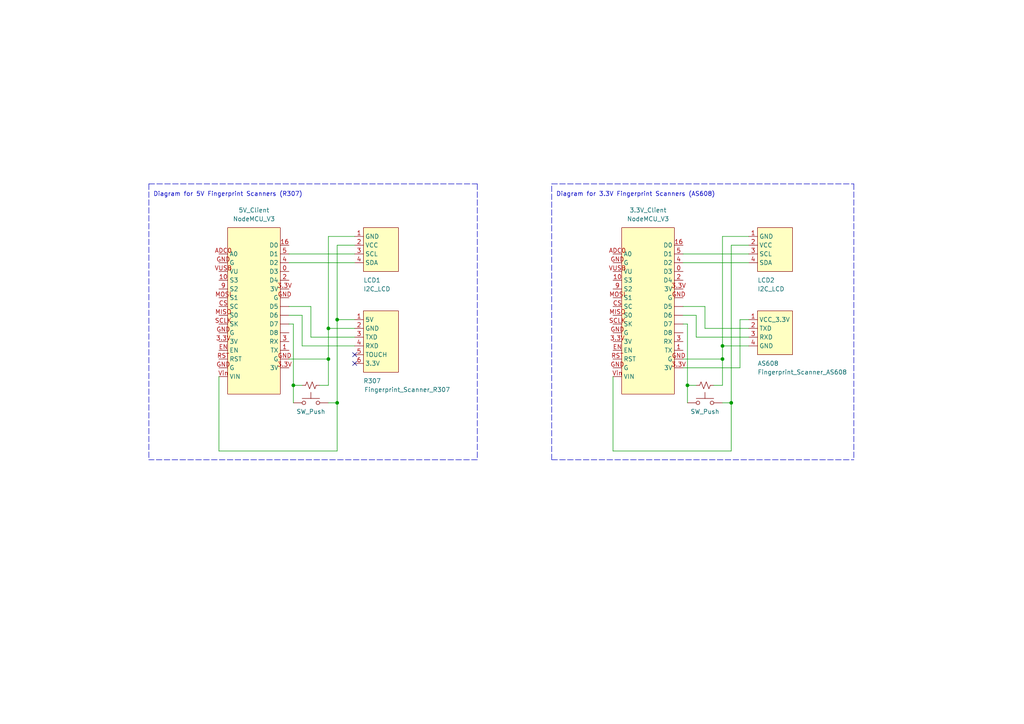
<source format=kicad_sch>
(kicad_sch (version 20211123) (generator eeschema)
  (paper "A4")
  (title_block (title "Wireless Fingerprint Attendance Logging System") (date "2023-05-30") (company "Name Group") (comment 1 "Wiring Schematic For 3.3V Scanner Client") (comment 2 "Wiring Schematic For 5V Scanner Client"))
  (lib_symbols
    (symbol "Device:R_Small_US" (pin_numbers hide) (pin_names (offset 0.254) hide)
      (property "Reference" "R" (at 0.762 0.508 0))
      (property "Value" "R_Small_US" (at 0.762 -1.016 0))
      (symbol "R_Small_US_1_1"
        (polyline (pts (xy 0 0) (xy 1.016 -0.381) (xy 0 -0.762) (xy -1.016 -1.143) (xy 0 -1.524)))
        (polyline (pts (xy 0 1.524) (xy 1.016 1.143) (xy 0 0.762) (xy -1.016 0.381) (xy 0 0)))
        (pin passive line (at 0 2.54 270) (length 1.016) (name "~") (number "1"))
        (pin passive line (at 0 -2.54 90) (length 1.016) (name "~") (number "2"))
      )
    )
    (symbol "Switch:SW_Push" (pin_numbers hide) (pin_names (offset 1.016) hide)
      (property "Reference" "SW" (at 1.27 2.54 0))
      (property "Value" "SW_Push" (at 0 -1.524 0))
      (symbol "SW_Push_0_1"
        (circle (center -2.032 0) (radius 0.508))
        (polyline (pts (xy 0 1.27) (xy 0 3.048)))
        (polyline (pts (xy 2.54 1.27) (xy -2.54 1.27)))
        (circle (center 2.032 0) (radius 0.508))
        (pin passive line (at -5.08 0 0) (length 2.54) (name "1") (number "1"))
        (pin passive line (at 5.08 0 180) (length 2.54) (name "2") (number "2"))
      )
    )
    (symbol "nodemcu-v3:Fingerprint_Scanner_AS608"
      (property "Reference" "AS608" (at 0 0 0))
      (property "Value" "Fingerprint_Scanner_AS608" (at 0 2.54 0))
      (symbol "Fingerprint_Scanner_AS608_0_0"
        (pin power_in line (at -7.62 -5.08 0) (length 2.54) (name "VCC_3.3V") (number "1"))
        (pin power_in line (at -7.62 -7.62 0) (length 2.54) (name "TXD") (number "2"))
        (pin output line (at -7.62 -10.16 0) (length 2.54) (name "RXD") (number "3"))
        (pin input line (at -7.62 -12.7 0) (length 2.54) (name "GND") (number "4"))
      )
      (symbol "Fingerprint_Scanner_AS608_0_1"
        (rectangle (start -5.08 -2.54) (end 5.08 -15.24) (fill (type background)))
      )
    )
    (symbol "nodemcu-v3:Fingerprint_Scanner_R307"
      (property "Reference" "R307" (at 0 0 0))
      (property "Value" "Fingerprint_Scanner_R307" (at 0 2.54 0))
      (symbol "Fingerprint_Scanner_R307_0_0"
        (pin power_in line (at -7.62 -5.08 0) (length 2.54) (name "5V") (number "1"))
        (pin power_in line (at -7.62 -7.62 0) (length 2.54) (name "GND") (number "2"))
        (pin output line (at -7.62 -10.16 0) (length 2.54) (name "TXD") (number "3"))
        (pin input line (at -7.62 -12.7 0) (length 2.54) (name "RXD") (number "4"))
        (pin unspecified line (at -7.62 -15.24 0) (length 2.54) (name "TOUCH") (number "5"))
        (pin power_in line (at -7.62 -17.78 0) (length 2.54) (name "3.3V") (number "6"))
      )
      (symbol "Fingerprint_Scanner_R307_0_1"
        (rectangle (start -5.08 -2.54) (end 5.08 -20.32) (fill (type background)))
      )
    )
    (symbol "nodemcu-v3:I2C_LCD"
      (property "Reference" "LCD1" (at -5.08 -20.32 0))
      (property "Value" "I2C_LCD" (at -5.08 -22.86 0))
      (symbol "I2C_LCD_0_0"
        (pin power_in line (at -7.62 -7.62 0) (length 2.54) (name "GND") (number "1"))
        (pin power_in line (at -7.62 -10.16 0) (length 2.54) (name "VCC") (number "2"))
        (pin bidirectional line (at -7.62 -12.7 0) (length 2.54) (name "SCL") (number "3"))
        (pin bidirectional line (at -7.62 -15.24 0) (length 2.54) (name "SDA") (number "4"))
      )
      (symbol "I2C_LCD_0_1"
        (rectangle (start -5.08 -5.08) (end 5.08 -17.78) (fill (type background)))
      )
    )
    (symbol "nodemcu-v3:NodeMCU_V3"
      (property "Reference" "Board" (at 0 57.15 0))
      (property "Value" "NodeMCU_V3" (at 0 59.69 0))
      (symbol "NodeMCU_V3_0_0"
        (pin bidirectional line (at 10.16 31.75 180) (length 2.54) (name "D5") (number ""))
        (pin bidirectional line (at 10.16 29.21 180) (length 2.54) (name "D6") (number ""))
        (pin bidirectional line (at 10.16 26.67 180) (length 2.54) (name "D7") (number ""))
        (pin bidirectional line (at 10.16 24.13 180) (length 2.54) (name "D8") (number ""))
        (pin bidirectional line (at 10.16 41.91 180) (length 2.54) (name "D3") (number "0"))
        (pin bidirectional line (at 10.16 19.05 180) (length 2.54) (name "TX") (number "1"))
        (pin bidirectional line (at -10.16 39.37 0) (length 2.54) (name "S3") (number "10"))
        (pin bidirectional line (at 10.16 49.53 180) (length 2.54) (name "D0") (number "16"))
        (pin bidirectional line (at 10.16 39.37 180) (length 2.54) (name "D4") (number "2"))
        (pin bidirectional line (at 10.16 21.59 180) (length 2.54) (name "RX") (number "3"))
        (pin bidirectional line (at -10.16 21.59 0) (length 2.54) (name "3V") (number "3.3V"))
        (pin power_out line (at 10.16 13.97 180) (length 2.54) (name "3V") (number "3.3V"))
        (pin power_out line (at 10.16 36.83 180) (length 2.54) (name "3V") (number "3.3V"))
        (pin bidirectional line (at 10.16 44.45 180) (length 2.54) (name "D2") (number "4"))
        (pin bidirectional line (at 10.16 46.99 180) (length 2.54) (name "D1") (number "5"))
        (pin bidirectional line (at -10.16 36.83 0) (length 2.54) (name "S2") (number "9"))
        (pin bidirectional line (at -10.16 46.99 0) (length 2.54) (name "A0") (number "ADC0"))
        (pin bidirectional line (at -10.16 31.75 0) (length 2.54) (name "SC") (number "CS"))
        (pin bidirectional line (at -10.16 19.05 0) (length 2.54) (name "EN") (number "EN"))
        (pin power_in line (at -10.16 13.97 0) (length 2.54) (name "G") (number "GND"))
        (pin bidirectional line (at -10.16 24.13 0) (length 2.54) (name "G") (number "GND"))
        (pin bidirectional line (at -10.16 44.45 0) (length 2.54) (name "G") (number "GND"))
        (pin power_in line (at 10.16 16.51 180) (length 2.54) (name "G") (number "GND"))
        (pin power_in line (at 10.16 34.29 180) (length 2.54) (name "G") (number "GND"))
        (pin bidirectional line (at -10.16 29.21 0) (length 2.54) (name "S0") (number "MISO"))
        (pin bidirectional line (at -10.16 34.29 0) (length 2.54) (name "S1") (number "MOSI"))
        (pin power_out line (at -10.16 16.51 0) (length 2.54) (name "RST") (number "RST"))
        (pin bidirectional line (at -10.16 26.67 0) (length 2.54) (name "SK") (number "SCLK"))
        (pin bidirectional line (at -10.16 41.91 0) (length 2.54) (name "VU") (number "VUSB"))
        (pin power_out line (at -10.16 11.43 0) (length 2.54) (name "VIN") (number "Vin"))
      )
      (symbol "NodeMCU_V3_0_1"
        (rectangle (start -7.62 54.61) (end 7.62 6.35) (fill (type background)))
      )
    )
  )
  (junction (at 97.79 116.84))
  (junction (at 209.55 104.14))
  (junction (at 212.09 116.84))
  (junction (at 95.25 95.25))
  (junction (at 95.25 104.14))
  (junction (at 97.79 92.71))
  (junction (at 209.55 100.33))
  (junction (at 85.09 111.76))
  (junction (at 199.39 111.76))
  (no_connect (at 102.87 105.41))
  (no_connect (at 102.87 102.87))
  (wire (pts (xy 97.79 130.81) (xy 97.79 116.84)))
  (wire (pts (xy 217.17 100.33) (xy 209.55 100.33)))
  (wire (pts (xy 97.79 116.84) (xy 97.79 92.71)))
  (wire (pts (xy 90.17 97.79) (xy 90.17 88.9)))
  (wire (pts (xy 95.25 104.14) (xy 95.25 111.76)))
  (wire (pts (xy 212.09 116.84) (xy 212.09 130.81)))
  (polyline (pts (xy 43.18 53.34) (xy 43.18 133.35)))
  (wire (pts (xy 83.82 73.66) (xy 102.87 73.66)))
  (polyline (pts (xy 160.02 133.35) (xy 247.65 133.35)))
  (wire (pts (xy 217.17 71.12) (xy 212.09 71.12)))
  (wire (pts (xy 209.55 116.84) (xy 212.09 116.84)))
  (wire (pts (xy 95.25 116.84) (xy 97.79 116.84)))
  (wire (pts (xy 209.55 104.14) (xy 209.55 111.76)))
  (polyline (pts (xy 138.43 133.35) (xy 43.18 133.35)))
  (wire (pts (xy 207.01 111.76) (xy 209.55 111.76)))
  (wire (pts (xy 212.09 71.12) (xy 212.09 116.84)))
  (wire (pts (xy 87.63 100.33) (xy 102.87 100.33)))
  (wire (pts (xy 204.47 88.9) (xy 198.12 88.9)))
  (wire (pts (xy 214.63 92.71) (xy 217.17 92.71)))
  (wire (pts (xy 209.55 68.58) (xy 209.55 100.33)))
  (wire (pts (xy 199.39 111.76) (xy 201.93 111.76)))
  (wire (pts (xy 204.47 95.25) (xy 204.47 88.9)))
  (wire (pts (xy 97.79 92.71) (xy 102.87 92.71)))
  (wire (pts (xy 95.25 95.25) (xy 102.87 95.25)))
  (wire (pts (xy 217.17 97.79) (xy 201.93 97.79)))
  (wire (pts (xy 83.82 93.98) (xy 85.09 93.98)))
  (wire (pts (xy 199.39 111.76) (xy 199.39 116.84)))
  (wire (pts (xy 177.8 130.81) (xy 177.8 109.22)))
  (wire (pts (xy 201.93 97.79) (xy 201.93 91.44)))
  (wire (pts (xy 87.63 91.44) (xy 87.63 100.33)))
  (wire (pts (xy 83.82 104.14) (xy 95.25 104.14)))
  (wire (pts (xy 102.87 71.12) (xy 97.79 71.12)))
  (wire (pts (xy 95.25 68.58) (xy 95.25 95.25)))
  (wire (pts (xy 198.12 76.2) (xy 217.17 76.2)))
  (polyline (pts (xy 247.65 53.34) (xy 247.65 133.35)))
  (polyline (pts (xy 160.02 133.35) (xy 160.02 53.34)))
  (wire (pts (xy 198.12 93.98) (xy 199.39 93.98)))
  (wire (pts (xy 63.5 130.81) (xy 97.79 130.81)))
  (wire (pts (xy 85.09 93.98) (xy 85.09 111.76)))
  (wire (pts (xy 92.71 111.76) (xy 95.25 111.76)))
  (wire (pts (xy 85.09 111.76) (xy 87.63 111.76)))
  (wire (pts (xy 102.87 97.79) (xy 90.17 97.79)))
  (polyline (pts (xy 138.43 53.34) (xy 138.43 133.35)))
  (wire (pts (xy 199.39 93.98) (xy 199.39 111.76)))
  (wire (pts (xy 204.47 95.25) (xy 217.17 95.25)))
  (wire (pts (xy 95.25 104.14) (xy 95.25 95.25)))
  (polyline (pts (xy 160.02 53.34) (xy 247.65 53.34)))
  (wire (pts (xy 63.5 109.22) (xy 63.5 130.81)))
  (wire (pts (xy 214.63 106.68) (xy 214.63 92.71)))
  (wire (pts (xy 90.17 88.9) (xy 83.82 88.9)))
  (wire (pts (xy 212.09 130.81) (xy 177.8 130.81)))
  (wire (pts (xy 97.79 71.12) (xy 97.79 92.71)))
  (wire (pts (xy 209.55 100.33) (xy 209.55 104.14)))
  (wire (pts (xy 198.12 106.68) (xy 214.63 106.68)))
  (wire (pts (xy 198.12 73.66) (xy 217.17 73.66)))
  (wire (pts (xy 217.17 68.58) (xy 209.55 68.58)))
  (wire (pts (xy 85.09 111.76) (xy 85.09 116.84)))
  (wire (pts (xy 102.87 68.58) (xy 95.25 68.58)))
  (wire (pts (xy 198.12 104.14) (xy 209.55 104.14)))
  (polyline (pts (xy 43.18 53.34) (xy 138.43 53.34)))
  (wire (pts (xy 83.82 91.44) (xy 87.63 91.44)))
  (wire (pts (xy 198.12 91.44) (xy 201.93 91.44)))
  (wire (pts (xy 83.82 76.2) (xy 102.87 76.2)))
  (text "Diagram for 3.3V Fingerprint Scanners (AS608)" (at 161.29 57.15 0) (effects (font (size 1.27 1.27)) (justify left bottom)))
  (text "Diagram for 5V Fingerprint Scanners (R307)" (at 44.45 57.15 0) (effects (font (size 1.27 1.27)) (justify left bottom)))
  (symbol (lib_id "nodemcu-v3:I2C_LCD") (at 224.79 60.96 0) (unit 1)
    (property "Reference" "LCD2" (at 219.71 81.28 0) (effects (justify left)))
    (property "Value" "I2C_LCD" (at 219.71 83.82 0) (effects (justify left)))
  )
  (symbol (lib_id "nodemcu-v3:NodeMCU_V3") (at 73.66 120.65 0) (unit 1)
    (property "Reference" "5V_Client" (at 73.66 60.96 0))
    (property "Value" "NodeMCU_V3" (at 73.66 63.5 0))
  )
  (symbol (lib_id "nodemcu-v3:Fingerprint_Scanner_AS608") (at 224.79 87.63 0) (unit 1)
    (property "Reference" "AS608" (at 219.71 105.41 0) (effects (justify left)))
    (property "Value" "Fingerprint_Scanner_AS608" (at 219.71 107.95 0) (effects (justify left)))
  )
  (symbol (lib_id "nodemcu-v3:I2C_LCD") (at 110.49 60.96 0) (unit 1)
    (property "Reference" "LCD1" (at 105.41 81.28 0) (effects (justify left)))
    (property "Value" "I2C_LCD" (at 105.41 83.82 0) (effects (justify left)))
  )
  (symbol (lib_id "Switch:SW_Push") (at 204.47 116.84 0) (unit 1)
    (property "Reference" "SW?" (effects hide))
    (property "Value" "SW_Push" (at 204.47 119.38 0))
  )
  (symbol (lib_id "nodemcu-v3:Fingerprint_Scanner_R307") (at 110.49 87.63 0) (unit 1)
    (property "Reference" "R307" (at 107.95 110.49 0))
    (property "Value" "Fingerprint_Scanner_R307" (at 118.11 113.03 0))
  )
  (symbol (lib_id "Device:R_Small_US") (at 204.47 111.76 90) (unit 1)
    (property "Reference" "R?" (effects hide))
    (property "Value" "R_Small_US" (effects hide))
  )
  (symbol (lib_id "Switch:SW_Push") (at 90.17 116.84 0) (unit 1)
    (property "Reference" "SW?" (effects hide))
    (property "Value" "SW_Push" (at 90.17 119.38 0))
  )
  (symbol (lib_id "nodemcu-v3:NodeMCU_V3") (at 187.96 120.65 0) (unit 1)
    (property "Reference" "3.3V_Client" (at 187.96 60.96 0))
    (property "Value" "NodeMCU_V3" (at 187.96 63.5 0))
  )
  (symbol (lib_id "Device:R_Small_US") (at 90.17 111.76 90) (unit 1)
    (property "Reference" "R?" (effects hide))
    (property "Value" "R_Small_US" (effects hide))
  )
)
</source>
